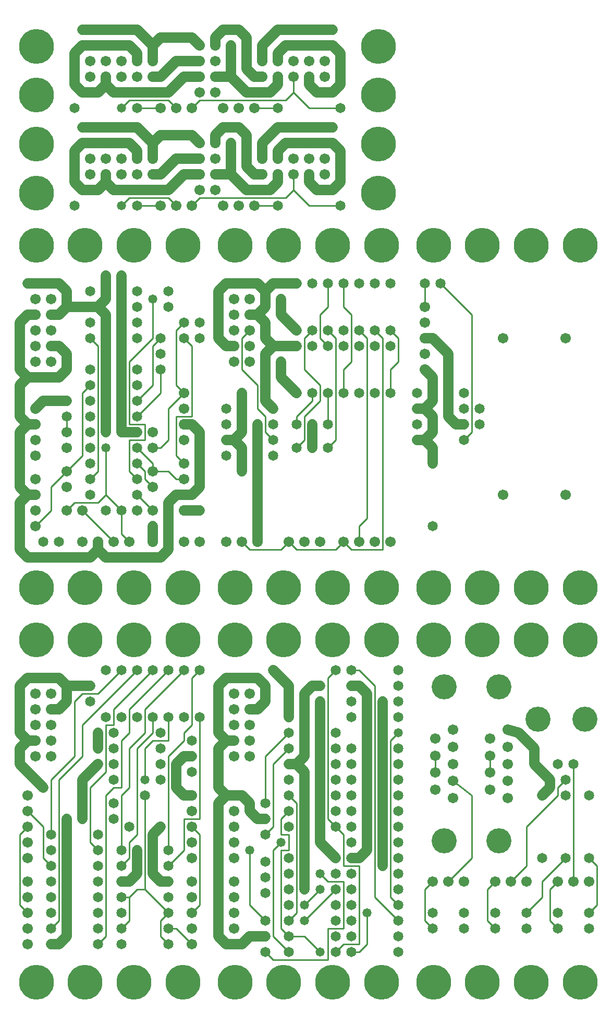
<source format=gtl>
%MOIN*%
%FSLAX25Y25*%
G04 D10 used for Character Trace; *
G04     Circle (OD=.01000) (No hole)*
G04 D11 used for Power Trace; *
G04     Circle (OD=.06500) (No hole)*
G04 D12 used for Signal Trace; *
G04     Circle (OD=.01100) (No hole)*
G04 D13 used for Via; *
G04     Circle (OD=.05800) (Round. Hole ID=.02800)*
G04 D14 used for Component hole; *
G04     Circle (OD=.06500) (Round. Hole ID=.03500)*
G04 D15 used for Component hole; *
G04     Circle (OD=.06700) (Round. Hole ID=.04300)*
G04 D16 used for Component hole; *
G04     Circle (OD=.08100) (Round. Hole ID=.05100)*
G04 D17 used for Component hole; *
G04     Circle (OD=.08900) (Round. Hole ID=.05900)*
G04 D18 used for Component hole; *
G04     Circle (OD=.11300) (Round. Hole ID=.08300)*
G04 D19 used for Component hole; *
G04     Circle (OD=.16000) (Round. Hole ID=.13000)*
G04 D20 used for Component hole; *
G04     Circle (OD=.18300) (Round. Hole ID=.15300)*
G04 D21 used for Component hole; *
G04     Circle (OD=.22291) (Round. Hole ID=.19291)*
%ADD10C,.01000*%
%ADD11C,.06500*%
%ADD12C,.01100*%
%ADD13C,.05800*%
%ADD14C,.06500*%
%ADD15C,.06700*%
%ADD16C,.08100*%
%ADD17C,.08900*%
%ADD18C,.11300*%
%ADD19C,.16000*%
%ADD20C,.18300*%
%ADD21C,.22291*%
%IPPOS*%
%LPD*%
G90*X0Y0D02*D21*X15625Y15625D03*D11*              
X25000Y40000D02*X30000D01*D14*X25000D03*D11*      
X30000D02*X35000Y45000D01*Y70000D01*D13*D03*D11*  
Y85000D01*D13*D03*D11*Y120000D01*D14*D03*         
X25000Y110000D03*D12*Y145000D01*X40000Y160000D01* 
Y195000D01*X45000Y200000D01*X55000D01*            
X70000Y215000D01*D14*D03*X80000D03*D12*           
X45000Y180000D01*Y160000D01*X30000Y145000D01*     
Y55000D01*X25000Y50000D01*D14*D03*Y60000D03*D15*  
X10000D03*D12*X5000Y65000D01*Y110000D01*          
X10000Y115000D01*D15*D03*D12*X20000Y95000D02*     
Y115000D01*X25000Y90000D02*X20000Y95000D01*D14*   
X25000Y90000D03*Y100000D03*Y80000D03*D15*         
X10000Y105000D03*Y95000D03*Y80000D03*Y70000D03*   
D14*X25000D03*D12*X20000Y115000D02*               
X10000Y125000D01*D15*D03*Y135000D03*D13*          
X20000Y140000D03*D11*X5000Y155000D01*Y165000D01*  
X10000Y170000D01*X15000D01*D15*D03*D11*X10000D02* 
X5000Y175000D01*Y205000D01*X10000Y210000D01*      
X30000D01*X35000Y205000D01*Y195000D01*            
X30000Y190000D01*X25000D01*D15*D03*               
X15000Y200000D03*Y180000D03*X25000Y200000D03*     
X15000Y190000D03*X25000Y180000D03*D11*            
X35000Y205000D02*X50000D01*D14*D03*               
X60000Y215000D03*X50000Y195000D03*D12*            
X65000Y180000D02*Y190000D01*X60000Y180000D02*     
X65000D01*X60000Y150000D02*Y180000D01*            
X50000Y140000D02*X60000Y150000D01*                
X50000Y105000D02*Y140000D01*X55000Y100000D02*     
X50000Y105000D01*D14*X55000Y100000D03*Y110000D03* 
Y90000D03*X70000D03*D12*X75000Y95000D01*          
Y105000D01*X80000Y110000D01*Y165000D01*           
X90000Y175000D01*Y185000D01*D14*D03*D12*          
X85000Y175000D02*Y190000D01*X75000Y165000D02*     
X85000Y175000D01*X75000Y140000D02*Y165000D01*     
X70000Y135000D02*X75000Y140000D01*                
X70000Y100000D02*Y135000D01*D14*Y100000D03*D13*   
X80000D03*D11*Y85000D01*X75000Y80000D01*X70000D01*
D14*D03*D12*X75000Y70000D02*X80000Y75000D01*      
X75000Y55000D02*Y70000D01*X70000Y50000D02*        
X75000Y55000D01*D14*X70000Y50000D03*Y60000D03*    
Y40000D03*D12*X55000D02*X60000Y45000D01*D14*      
X55000Y40000D03*D12*X60000Y45000D02*Y135000D01*   
X65000Y140000D01*X70000D01*Y170000D01*            
X75000Y175000D01*Y190000D01*X100000Y215000D01*D14*
D03*X110000D03*D12*X85000Y190000D01*D14*          
X80000Y185000D03*X100000D03*D12*Y170000D01*       
X90000D01*X85000Y165000D01*Y145000D01*D13*D03*D14*
X95000Y155000D03*Y145000D03*X85000Y135000D03*D12* 
Y75000D01*X100000Y60000D01*D14*D03*D12*           
X95000Y55000D01*Y45000D01*X100000Y40000D01*D14*   
D03*D12*X115000D02*X105000Y50000D01*D15*          
X115000Y40000D03*D12*X100000Y50000D02*X105000D01* 
D14*X100000D03*D15*X115000D03*Y60000D03*D12*      
X120000Y65000D01*Y110000D01*X115000Y115000D01*D15*
D03*D12*X110000Y120000D02*X120000D01*             
X110000Y100000D02*Y120000D01*X100000Y90000D02*    
X110000Y100000D01*D14*X100000Y90000D03*D11*       
X95000Y80000D02*X100000D01*D14*D03*D11*X95000D02* 
X90000Y85000D01*Y110000D01*X95000Y115000D01*D14*  
D03*X100000Y100000D03*D12*Y160000D01*             
X110000Y170000D01*Y175000D01*X115000Y180000D01*   
Y210000D01*X120000Y215000D01*D14*D03*D21*         
X109375Y234375D03*D14*X110000Y185000D03*          
X90000Y215000D03*D12*X65000Y190000D01*D14*        
X70000Y185000D03*X60000D03*D13*X55000Y175000D03*  
D11*Y165000D01*D14*D03*X65000Y155000D03*          
Y175000D03*Y165000D03*X55000Y155000D03*D11*       
X45000Y145000D01*Y120000D01*D14*D03*X65000D03*    
Y130000D03*Y145000D03*X75000Y115000D03*           
X55000Y80000D03*D15*X25000Y160000D03*X15000D03*   
D12*X80000Y75000D02*X85000D01*X70000Y70000D02*    
X75000D01*D14*X70000D03*X55000D03*Y60000D03*      
Y50000D03*X100000Y70000D03*D15*X115000D03*        
Y80000D03*Y95000D03*Y105000D03*D12*               
X120000Y120000D02*Y185000D01*D14*D03*             
X115000Y170000D03*D11*X105000Y155000D02*          
X110000Y160000D01*X105000Y140000D02*Y155000D01*   
X110000Y135000D02*X105000Y140000D01*              
X110000Y135000D02*X115000D01*D15*D03*Y125000D03*  
D14*Y150000D03*Y160000D03*D11*X110000D01*D14*     
X95000Y175000D03*Y165000D03*D21*X78125Y234375D03* 
X46875D03*D15*X25000Y170000D03*D21*               
X15625Y234375D03*D15*X10000Y50000D03*Y40000D03*   
D21*X46875Y15625D03*X78125D03*X109375D03*G90*     
X0Y2000D02*X109375Y267625D03*X78125D03*X46875D03* 
X15625D03*D11*X60000Y287000D02*X95000D01*         
X60000D02*X55000Y292000D01*X50000Y287000D01*      
X10000D01*X5000Y292000D01*Y322000D01*             
X10000Y327000D01*X15000D01*D15*D03*D11*X10000D02* 
X5000Y332000D01*Y367000D01*X10000Y372000D01*      
X15000D01*D15*D03*D11*X10000D02*X5000Y377000D01*  
Y397000D01*X10000Y402000D01*X30000D01*            
X35000Y407000D01*Y417000D01*X30000Y422000D01*     
X25000D01*D15*D03*X15000Y432000D03*Y412000D03*    
X25000Y432000D03*X15000Y422000D03*                
X25000Y412000D03*D11*X5000Y407000D02*Y437000D01*  
X10000Y402000D02*X5000Y407000D01*X15000Y382000D02*
X20000Y387000D01*D15*X15000Y382000D03*D11*        
X20000Y387000D02*X35000D01*D14*D03*Y377000D03*D12*
Y367000D01*D15*D03*Y357000D03*D14*X50000D03*      
Y367000D03*Y377000D03*D12*X35000Y342000D02*       
X45000Y352000D01*D15*X35000Y342000D03*D12*        
X25000Y332000D01*Y317000D01*X15000Y307000D01*D15* 
D03*Y317000D03*D14*X20000Y297000D03*X30000D03*D15*
X35000Y317000D03*D12*X40000Y322000D01*X55000D01*  
X60000Y327000D01*X70000Y317000D01*D14*D03*D12*    
Y302000D01*X75000Y297000D01*D15*D03*X65000D03*D12*
X45000Y317000D01*D15*D03*D14*X50000Y327000D03*    
X60000Y317000D03*D12*Y327000D02*Y357000D01*D13*   
D03*D11*X70000Y367000D02*X80000D01*D14*D03*D12*   
X75000Y362000D02*X85000D01*X75000Y342000D02*      
Y362000D01*X80000Y337000D02*X75000Y342000D01*D14* 
X80000Y337000D03*D12*X85000D02*Y342000D01*        
X90000Y332000D02*X85000Y337000D01*D15*            
X90000Y332000D03*D11*X100000Y297000D02*Y322000D01*
D15*Y297000D03*D11*Y292000D01*X95000Y287000D01*   
D15*X90000Y297000D03*D11*Y307000D01*D13*D03*D15*  
X80000Y317000D03*X90000D03*D12*X80000Y327000D01*  
D14*D03*D15*X90000Y342000D03*D12*X100000D01*      
X105000Y337000D01*X110000D01*D15*D03*D11*         
X115000Y327000D02*X120000Y332000D01*              
X110000Y327000D02*X115000D01*D15*X110000D03*D11*  
X105000D01*X100000Y322000D01*D15*                 
X110000Y317000D03*D11*X120000D01*D13*D03*D11*     
Y332000D02*Y367000D01*X115000Y372000D01*          
X110000D01*D15*D03*D12*X105000Y377000D02*         
X115000D01*X105000Y352000D02*Y377000D01*          
X110000Y347000D02*X105000Y352000D01*D15*          
X110000Y347000D03*D12*X90000Y357000D02*X95000D01* 
D15*X90000D03*D12*X85000Y362000D02*Y372000D01*    
X75000D01*Y412000D01*X90000Y427000D01*Y452000D01* 
D13*D03*D14*X100000Y447000D03*X80000Y457000D03*   
X100000D03*X80000Y447000D03*Y437000D03*X110000D03*
D12*X105000Y432000D01*Y397000D01*                 
X110000Y392000D01*D15*D03*D12*X100000Y382000D01*  
Y362000D01*X95000Y357000D01*X90000Y342000D02*     
Y347000D01*X80000Y357000D01*D14*D03*D15*          
X90000Y367000D03*D11*X70000D02*Y417000D01*D14*D03*
D11*Y467000D01*D14*D03*X60000D03*D11*Y452000D01*  
X55000Y447000D01*X60000Y442000D01*Y417000D01*D14* 
D03*D11*Y367000D01*D13*D03*D12*X45000Y352000D02*  
Y392000D01*X50000Y397000D01*D14*D03*Y407000D03*   
Y387000D03*D12*X55000Y342000D02*Y422000D01*       
X50000Y337000D02*X55000Y342000D01*D14*            
X50000Y337000D03*Y347000D03*D15*X35000Y332000D03* 
D14*X80000Y347000D03*D12*X85000Y342000D01*D15*    
X110000Y362000D03*D12*X115000Y377000D02*          
Y422000D01*X110000Y427000D01*D14*D03*             
X120000Y437000D03*Y427000D03*X95000D03*D12*       
X90000Y422000D01*Y397000D01*X80000Y387000D01*D14* 
D03*Y397000D03*Y377000D03*D12*X95000Y392000D01*   
Y407000D01*D14*D03*Y417000D03*X80000Y407000D03*   
Y427000D03*D15*X110000Y382000D03*D11*             
X50000Y447000D02*X55000D01*D14*X50000D03*D11*     
X35000D01*X30000Y442000D01*X25000D01*D15*D03*     
X15000Y452000D03*X25000D03*X15000Y442000D03*D11*  
X10000D01*X5000Y437000D01*X35000Y457000D02*       
X30000Y462000D01*X35000Y447000D02*Y457000D01*D14* 
X50000Y437000D03*D11*X10000Y462000D02*X30000D01*  
D13*X10000D03*D21*X15625Y486375D03*X46875D03*D14* 
X50000Y427000D03*D12*X55000Y422000D01*D14*        
X50000Y457000D03*D15*X15000Y362000D03*D21*        
X109375Y486375D03*X78125D03*D15*X15000Y352000D03* 
Y337000D03*X45000Y297000D03*X55000D03*D11*        
Y292000D01*D15*X110000Y297000D03*X120000D03*G90*  
X0Y4000D02*D14*X210000Y574000D03*D12*X190000D01*  
X180000Y584000D01*X175000Y579000D01*X120000D01*   
X115000Y574000D01*D15*D03*X120000Y584000D03*      
X105000Y574000D03*D12*X100000Y579000D01*X75000D01*
X70000Y574000D01*D13*D03*D14*X80000D03*D12*       
X95000D01*D15*D03*D11*X65000Y584000D02*X100000D01*
X60000Y589000D02*X65000Y584000D01*X55000D02*      
X60000Y589000D01*X45000Y584000D02*X55000D01*      
X40000Y589000D02*X45000Y584000D01*                
X40000Y609000D02*Y589000D01*Y609000D02*           
X45000Y614000D01*X75000D01*X80000Y609000D01*      
Y604000D01*D15*D03*X90000Y594000D03*D11*X95000D01*
X105000Y604000D01*X120000D01*D15*D03*             
X130000Y594000D03*D11*X140000D01*Y614000D01*D13*  
D03*D15*X130000Y604000D03*D11*X135000Y624000D02*  
X145000D01*X130000Y619000D02*X135000Y624000D01*   
X130000Y619000D02*Y614000D01*D15*D03*X120000D03*  
D11*X115000Y619000D01*X95000D01*X90000Y614000D01* 
X80000Y624000D01*X45000D01*D13*D03*D15*           
X50000Y604000D03*X60000D03*X70000D03*             
X50000Y594000D03*D21*X15625Y613375D03*D15*        
X60000Y594000D03*D11*Y589000D01*D15*              
X70000Y594000D03*X80000D03*D14*X40000Y574000D03*  
D15*X90000Y604000D03*D11*Y614000D01*              
X100000Y584000D02*X110000Y594000D01*X120000D01*   
D15*D03*X130000Y584000D03*D11*X140000Y594000D02*  
X150000Y584000D01*X165000D01*X170000Y589000D01*   
Y594000D01*D15*D03*D12*X180000D02*Y584000D01*D15* 
Y594000D03*X190000Y604000D03*X170000D03*D11*      
Y609000D01*X175000Y614000D01*X205000D01*          
X210000Y609000D01*Y589000D01*X205000Y584000D01*   
X195000D01*X190000Y589000D01*Y594000D01*D15*D03*  
X200000Y604000D03*X180000D03*X200000Y594000D03*   
D14*X170000Y574000D03*D12*X155000D01*D15*D03*     
X145000D03*X160000Y594000D03*D11*X155000D01*      
X150000Y599000D01*Y619000D01*X145000Y624000D01*   
X160000Y614000D02*Y604000D01*D15*D03*D11*         
Y614000D02*X170000Y624000D01*X205000D01*D13*D03*  
D21*X234375Y613375D03*Y582125D03*D15*             
X135000Y574000D03*D21*X15625Y582125D03*G90*       
X0Y1500D02*D14*X210000Y511500D03*D12*X190000D01*  
X180000Y521500D01*X175000Y516500D01*X120000D01*   
X115000Y511500D01*D15*D03*X120000Y521500D03*      
X105000Y511500D03*D12*X100000Y516500D01*X75000D01*
X70000Y511500D01*D13*D03*D14*X80000D03*D12*       
X95000D01*D15*D03*D11*X65000Y521500D02*X100000D01*
X60000Y526500D02*X65000Y521500D01*X55000D02*      
X60000Y526500D01*X45000Y521500D02*X55000D01*      
X40000Y526500D02*X45000Y521500D01*                
X40000Y546500D02*Y526500D01*Y546500D02*           
X45000Y551500D01*X75000D01*X80000Y546500D01*      
Y541500D01*D15*D03*X90000Y531500D03*D11*X95000D01*
X105000Y541500D01*X120000D01*D15*D03*             
X130000Y531500D03*D11*X140000D01*Y551500D01*D13*  
D03*D15*X130000Y541500D03*D11*X135000Y561500D02*  
X145000D01*X130000Y556500D02*X135000Y561500D01*   
X130000Y556500D02*Y551500D01*D15*D03*X120000D03*  
D11*X115000Y556500D01*X95000D01*X90000Y551500D01* 
X80000Y561500D01*X45000D01*D13*D03*D15*           
X50000Y541500D03*X60000D03*X70000D03*             
X50000Y531500D03*D21*X15625Y550875D03*D15*        
X60000Y531500D03*D11*Y526500D01*D15*              
X70000Y531500D03*X80000D03*D14*X40000Y511500D03*  
D15*X90000Y541500D03*D11*Y551500D01*              
X100000Y521500D02*X110000Y531500D01*X120000D01*   
D15*D03*X130000Y521500D03*D11*X140000Y531500D02*  
X150000Y521500D01*X165000D01*X170000Y526500D01*   
Y531500D01*D15*D03*D12*X180000D02*Y521500D01*D15* 
Y531500D03*X190000Y541500D03*X170000D03*D11*      
Y546500D01*X175000Y551500D01*X205000D01*          
X210000Y546500D01*Y526500D01*X205000Y521500D01*   
X195000D01*X190000Y526500D01*Y531500D01*D15*D03*  
X200000Y541500D03*X180000D03*X200000Y531500D03*   
D14*X170000Y511500D03*D12*X155000D01*D15*D03*     
X145000D03*X160000Y531500D03*D11*X155000D01*      
X150000Y536500D01*Y556500D01*X145000Y561500D01*   
X160000Y551500D02*Y541500D01*D15*D03*D11*         
Y551500D02*X170000Y561500D01*X205000D01*D13*D03*  
D21*X234375Y550875D03*Y519625D03*D15*             
X135000Y511500D03*D21*X15625Y519625D03*G90*       
X2000Y0D02*D11*X132000Y60000D02*Y130000D01*D13*   
Y60000D03*D11*Y45000D01*X137000Y40000D01*         
X142000D01*D15*D03*D11*X147000D01*                
X152000Y45000D01*X162000D01*D14*D03*D12*          
X177000Y35000D02*X167000Y45000D01*D14*            
X177000Y35000D03*D12*X197000D02*X187000Y45000D01* 
D13*X197000Y35000D03*D12*X167000Y30000D02*        
X202000D01*X167000D02*X162000Y35000D01*D14*D03*   
D12*X167000Y45000D02*Y100000D01*X172000Y105000D01*
D13*D03*D12*Y100000D02*X177000D01*                
X172000Y50000D02*Y100000D01*X177000Y45000D02*     
X172000Y50000D01*D14*X177000Y45000D03*D12*        
X187000D01*D14*X177000Y55000D03*D12*              
X182000Y60000D01*Y130000D01*X177000Y135000D01*D14*
D03*Y145000D03*Y125000D03*D12*X172000Y120000D01*  
Y110000D01*X177000D01*Y100000D01*D14*Y95000D03*   
X187000Y105000D03*D11*Y75000D01*D13*D03*          
X197000Y85000D03*D12*X202000Y80000D01*X212000D01* 
Y50000D01*X202000D01*Y30000D01*D14*               
X207000Y35000D03*D12*X212000Y40000D01*X222000D01* 
Y90000D01*X212000D01*Y110000D01*X207000Y115000D01*
D14*D03*D12*X202000Y120000D01*Y210000D01*         
X207000Y215000D01*D14*D03*X217000Y205000D03*D11*  
X222000D01*X227000Y200000D01*Y175000D01*D14*D03*  
D11*Y100000D01*X222000Y95000D01*X217000D01*D14*   
D03*X207000Y85000D03*X217000Y105000D03*           
X207000Y95000D03*D11*X197000Y105000D01*D14*D03*   
D11*Y175000D01*D13*D03*D11*Y185000D01*D14*D03*D11*
Y195000D01*D14*D03*X187000Y185000D03*D11*         
Y160000D01*X182000Y155000D01*X187000Y150000D01*   
Y105000D01*D14*X177000Y115000D03*                 
X207000Y125000D03*D12*X162000Y110000D02*          
X167000Y115000D01*D14*X162000Y110000D03*D12*      
X167000Y115000D02*Y155000D01*X177000Y165000D01*   
D14*D03*Y175000D03*D12*X162000Y160000D01*         
Y130000D01*D14*D03*D11*X157000Y120000D02*         
X162000D01*D14*D03*D11*X157000D02*                
X152000Y125000D01*Y130000D01*X147000Y135000D01*   
X142000D01*D15*D03*D11*X137000D01*                
X132000Y130000D01*X137000Y135000D02*              
X132000Y140000D01*Y165000D01*X137000Y170000D01*   
X142000D01*D15*D03*D11*X137000D02*                
X132000Y175000D01*Y205000D01*X137000Y210000D01*   
X157000D01*X162000Y205000D01*D13*D03*D11*         
Y195000D01*X157000Y190000D01*X152000D01*D15*D03*  
X142000Y200000D03*Y180000D03*X152000Y200000D03*   
X142000Y190000D03*X152000Y180000D03*Y170000D03*   
D14*X167000Y215000D03*D11*X177000Y205000D01*      
Y195000D01*D13*D03*D11*Y185000D01*D13*D03*D11*    
X187000D02*Y200000D01*X192000Y205000D01*          
X197000D01*D14*D03*X217000Y185000D03*Y195000D03*  
Y215000D03*D12*X222000D01*X232000Y205000D01*      
Y70000D01*X247000Y55000D01*D14*D03*Y65000D03*D12* 
X242000Y70000D01*Y170000D01*X247000Y175000D01*D13*
D03*D14*Y185000D03*D10*X236163Y176914D02*         
X237000Y177871D01*Y172129D01*X236163D02*          
X237837D01*D14*X237000Y175000D03*D11*Y90000D01*   
D13*D03*D14*X247000Y85000D03*Y95000D03*Y105000D03*
Y75000D03*X217000Y85000D03*Y75000D03*Y65000D03*   
X247000Y115000D03*X217000D03*D13*X227000Y60000D03*
D12*Y40000D01*X222000Y35000D01*X217000D01*D14*D03*
X207000Y45000D03*X217000D03*D21*X236375Y15625D03* 
X205125D03*D14*X217000Y55000D03*X207000D03*D13*   
X187000Y65000D03*D12*X197000Y75000D01*D13*D03*D14*
X207000Y65000D03*Y75000D03*D12*X187000Y55000D01*  
D13*D03*D14*X177000Y65000D03*Y75000D03*           
X162000Y82500D03*Y72500D03*Y55000D03*D12*         
X152000Y65000D01*Y100000D01*D13*D03*D14*          
X162000Y92500D03*D15*X142000Y105000D03*Y95000D03* 
Y115000D03*Y80000D03*D14*X177000Y85000D03*D15*    
X142000Y125000D03*Y70000D03*Y60000D03*Y50000D03*  
D14*X207000Y155000D03*D11*X177000D02*X182000D01*  
D14*X177000D03*D15*X152000Y160000D03*D14*         
X207000Y135000D03*Y145000D03*Y165000D03*          
Y175000D03*D15*X142000Y160000D03*D14*             
X217000Y125000D03*Y135000D03*Y145000D03*          
Y155000D03*Y165000D03*D10*X236163Y176914D02*      
X237000Y177871D01*Y172129D01*X236163D02*          
X237837D01*D11*X237000Y175000D02*Y195000D01*D13*  
D03*D14*X247000Y205000D03*Y195000D03*Y215000D03*  
D10*X236163Y176914D02*X237000Y177871D01*          
Y172129D01*X236163D02*X237837D01*D14*             
X247000Y165000D03*D21*X236375Y234375D03*D14*      
X247000Y155000D03*D21*X205125Y234375D03*D14*      
X247000Y145000D03*Y135000D03*D21*                 
X173875Y234375D03*D14*X247000Y125000D03*D21*      
X142625Y234375D03*D14*X247000Y45000D03*Y35000D03* 
D21*X142625Y15625D03*X173875D03*G90*X2000Y2000D02*
X236375Y267625D03*X205125D03*X173875D03*          
X142625D03*D12*X217000Y292000D02*X237000D01*      
X217000D02*X212000Y297000D01*D15*D03*D12*         
X207000Y292000D01*X182000D01*X177000Y297000D01*   
D15*D03*D12*X172000Y292000D01*X152000D01*         
X147000Y297000D01*D15*D03*X157000D03*D11*         
Y342000D01*D14*D03*D11*Y372000D01*D13*D03*D12*    
X167000Y362000D02*X162000Y367000D01*D14*          
X167000Y362000D03*D12*X162000Y367000D02*          
Y377000D01*X157000Y382000D01*Y397000D01*          
X147000Y407000D01*Y427000D01*X152000Y432000D01*   
D15*D03*X142000Y442000D03*Y422000D03*D11*         
X137000D01*X132000Y427000D01*Y457000D01*          
X137000Y462000D01*X157000D01*X162000Y457000D01*   
Y447000D01*X157000Y442000D01*X162000Y437000D01*   
Y427000D01*X167000Y422000D01*X162000Y417000D01*   
Y387000D01*X167000Y382000D01*D14*D03*Y372000D03*  
X182000D03*D12*Y377000D01*X192000Y387000D01*      
Y392000D01*D14*D03*D12*X187000Y377000D02*         
X197000Y387000D01*X187000Y362000D02*Y377000D01*   
X182000Y357000D02*X187000Y362000D01*D14*          
X182000Y357000D03*X192000D03*D11*Y372000D01*D14*  
D03*X202000D03*D12*Y392000D01*D14*D03*D12*        
X197000Y387000D02*Y397000D01*X187000Y407000D01*   
Y427000D01*X192000Y432000D01*D14*D03*D12*         
X202000Y422000D02*X197000Y427000D01*D14*          
X202000Y422000D03*D12*X207000Y362000D02*          
Y427000D01*X202000Y357000D02*X207000Y362000D01*   
D14*X202000Y357000D03*X232000Y392000D03*          
X222000D03*X212000D03*D12*Y407000D01*             
X217000Y412000D01*Y442000D01*X212000Y447000D01*   
Y462000D01*D14*D03*X222000D03*X202000D03*D12*     
Y447000D01*X197000Y442000D01*Y427000D01*D14*      
X202000Y432000D03*D12*X207000Y427000D01*D14*      
X212000Y422000D03*Y432000D03*X222000Y422000D03*   
Y432000D03*D12*X227000Y427000D01*Y312000D01*      
X222000Y307000D01*Y297000D01*D15*D03*X232000D03*  
D12*X237000Y292000D02*Y427000D01*                 
X232000Y432000D01*D14*D03*X242000Y422000D03*      
Y432000D03*D12*X247000Y427000D01*Y412000D01*      
X242000Y407000D01*Y392000D01*D14*D03*             
X232000Y422000D03*X192000D03*X182000Y432000D03*   
D11*X172000Y442000D01*Y452000D01*D14*D03*         
X182000Y462000D03*D11*X172000D01*D14*D03*D11*     
X167000D01*X162000Y457000D01*D15*                 
X152000Y452000D03*Y442000D03*D11*X157000D01*D15*  
X142000Y452000D03*Y432000D03*X152000Y422000D03*   
D11*X167000D02*X172000D01*D14*D03*D11*X182000D01* 
D14*D03*X172000Y412000D03*D11*Y402000D01*         
X182000Y392000D01*D14*D03*D15*X152000Y412000D03*  
D11*X147000Y342000D02*Y357000D01*D14*Y342000D03*  
X137000Y352000D03*D11*X147000Y357000D02*          
X142000Y362000D01*X137000D01*D14*D03*D11*         
X142000D02*X147000Y367000D01*Y392000D01*D13*D03*  
D14*X137000Y382000D03*Y372000D03*D15*             
X142000Y412000D03*D14*X167000Y352000D03*          
X192000Y462000D03*X232000D03*D15*                 
X242000Y297000D03*D21*X236375Y486375D03*          
X205125D03*X173875D03*D15*X137000Y297000D03*D21*  
X142625Y486375D03*D15*X187000Y297000D03*          
X197000D03*D14*X242000Y462000D03*G90*X4000Y0D02*  
D12*X269000Y50000D02*X264000Y55000D01*D14*        
X269000Y50000D03*D12*X264000Y55000D02*Y75000D01*  
X269000Y80000D01*D15*D03*X279000D03*D12*          
X294000Y95000D01*Y135000D01*X282100Y144100D01*D15*
D03*Y155000D03*Y133200D03*X270800Y160400D03*D12*  
Y149600D01*D15*D03*Y138700D03*X282100Y165900D03*  
X270800Y171300D03*X282100Y176800D03*              
X305800Y138700D03*Y149600D03*D12*Y160400D01*D15*  
D03*Y171300D03*X317100Y144100D03*Y176800D03*D11*  
X324000Y175000D01*X334000Y165000D01*Y155000D01*   
X344000Y145000D01*D14*D03*D11*Y140000D01*         
X339000Y135000D01*D14*D03*D12*X329000Y115000D02*  
X349000Y135000D01*X329000Y90000D02*Y115000D01*    
X319000Y80000D02*X329000Y90000D01*D15*            
X319000Y80000D03*X329000D03*X309000D03*D12*       
X304000Y75000D01*Y55000D01*X309000Y50000D01*D14*  
D03*Y60000D03*X289000D03*X329000Y50000D03*        
X289000D03*X329000Y60000D03*D12*X339000Y70000D01* 
Y80000D01*X354000Y95000D01*D14*D03*D15*           
X369000Y80000D03*X349000D03*D12*X344000Y75000D01* 
Y55000D01*X349000Y50000D01*D14*D03*Y60000D03*     
X369000Y50000D03*Y60000D03*D12*X374000Y65000D01*  
Y90000D01*X369000Y95000D01*D14*D03*D15*           
X359000Y80000D03*D12*Y155000D01*D14*D03*          
X354000Y145000D03*D12*X349000Y140000D01*          
Y135000D01*D14*X354000D03*X369000D03*             
X349000Y155000D03*D15*X317100Y165900D03*          
Y155000D03*Y133200D03*D14*X339000Y95000D03*D19*   
X311400Y105800D03*X366500Y183500D03*X336500D03*   
D15*X289000Y80000D03*D19*X311400Y204200D03*       
X276400D03*Y105800D03*D14*X269000Y60000D03*D21*   
X363375Y234375D03*X332125D03*X300875D03*          
X269625D03*Y15625D03*X300875D03*X332125D03*       
X363375D03*G90*X4000Y2000D02*X269625Y267625D03*   
X300875D03*D14*X269000Y307000D03*D15*             
X314000Y327000D03*D21*X332125Y267625D03*D14*      
X269000Y347000D03*D11*Y357000D01*                 
X264000Y362000D01*X259000D01*D14*D03*D11*         
X264000D02*X269000Y367000D01*Y377000D01*          
X264000Y382000D01*X259000D01*D14*D03*D11*         
X264000D02*X269000Y387000D01*Y402000D01*          
X264000Y407000D01*D15*D03*Y417000D03*D14*         
X259000Y392000D03*D11*X279000Y377000D02*          
Y417000D01*X284000Y372000D02*X279000Y377000D01*   
X284000Y372000D02*X289000D01*D14*D03*D12*         
Y362000D02*X294000Y367000D01*D14*                 
X289000Y362000D03*D12*X294000Y367000D02*          
Y442000D01*X274000Y462000D01*D14*D03*X264000D03*  
D12*Y447000D01*D15*D03*Y437000D03*Y427000D03*D11* 
X269000D01*X279000Y417000D01*D14*                 
X289000Y392000D03*D15*X314000Y427000D03*D14*      
X289000Y382000D03*X299000D03*X259000Y372000D03*   
X299000D03*D21*X332125Y486375D03*X300875D03*      
X269625D03*D15*X354000Y427000D03*D21*             
X363375Y486375D03*D15*X354000Y327000D03*D21*      
X363375Y267625D03*M02*                            

</source>
